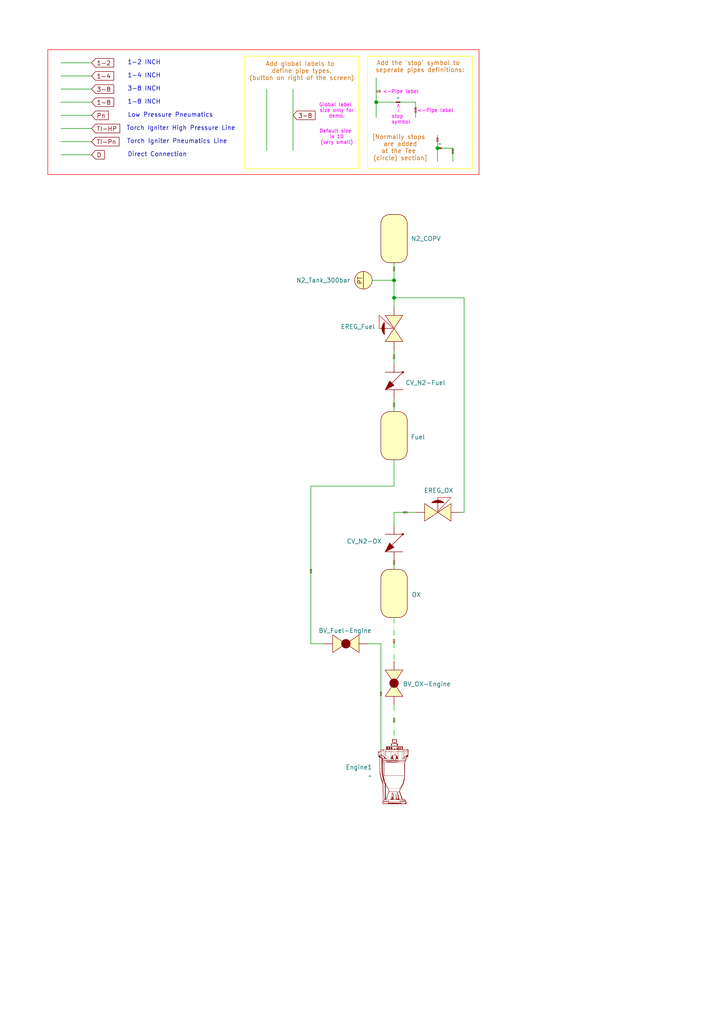
<source format=kicad_sch>
(kicad_sch (version 20250114) (generator "eeschema") (generator_version "9.0")
  (paper "A4" portrait)
  (lib_symbols
    (symbol "Ball_Valve_1"
      (property "Reference" "BV" (at 3.81 -4.318 0))
      (symbol "Ball_Valve_1_1_1"
        (pin passive line (at -2.54 0 0) (length 2.54) (name "") (number ""))
        (pin passive line (at 10.16 0 180) (length 2.54) (name "") (number ""))
      )
    )
    (symbol "Check_Valve_1"
      (property "Reference" "CV" (at 2.54 -4.064 0))
      (symbol "Check_Valve_1_1_1"
        (pin bidirectional line (at -2.54 0 0) (length 2.54) (name "") (number ""))
        (pin bidirectional line (at 7.62 0 180) (length 2.54) (name "") (number ""))
      )
    )
    (symbol "PID_symbols:Ball_Valve"
      (property "Reference" "BV" (at 3.81 -4.318 0))
      (symbol "Ball_Valve_1_1"
        (pin passive line (at -2.54 0 0) (length 2.54) (name "") (number ""))
        (pin passive line (at 10.16 0 180) (length 2.54) (name "") (number ""))
      )
    )
    (symbol "PID_symbols:Check_Valve"
      (property "Reference" "CV" (at 2.54 -4.064 0))
      (symbol "Check_Valve_1_1"
        (pin bidirectional line (at -2.54 0 0) (length 2.54) (name "") (number ""))
        (pin bidirectional line (at 7.62 0 180) (length 2.54) (name "") (number ""))
      )
    )
    (symbol "PID_symbols:Engine"
      (property "Reference" "Engine" (at 0 0 0))
      (symbol "Engine_1_1"
        (pin input line (at -3.81 3.81 0) (length 0) (name "") (number ""))
        (pin input line (at -2.54 5.08 0) (length 0) (name "") (number ""))
        (pin input line (at 0 6.35 0) (length 0) (name "") (number ""))
        (pin input line (at 2.54 5.08 0) (length 0) (name "") (number ""))
        (pin input line (at 3.81 3.81 0) (length 0) (name "") (number ""))
      )
    )
    (symbol "PID_symbols:Pressure_Regulator"
      (property "Reference" "Reg" (at 3.81 -2.54 0))
      (symbol "Pressure_Regulator_1_1"
        (pin passive line (at -2.54 0 0) (length 2.54) (name "") (number ""))
        (pin passive line (at 10.16 0 180) (length 2.54) (name "") (number ""))
      )
    )
    (symbol "PID_symbols:Pressure_Transducer"
      (property "Reference" "PT" (at 0 -3.81 0))
      (symbol "Pressure_Transducer_1_1"
        (text "PT\n" (at 0 1.016 0) (effects (font (size 1.27 1.27))))
        (pin passive line (at -2.54 0 0) (length 0) (name "") (number ""))
        (pin passive line (at 0 -2.54 90) (length 0) (name "") (number ""))
        (pin passive line (at 2.54 0 180) (length 0) (name "") (number ""))
      )
    )
    (symbol "PID_symbols:Tank"
      (property "Reference" "T" (at 6.35 5.08 0))
      (symbol "Tank_1_1"
        (pin passive line (at 1.27 11.43 270) (length 0) (name "") (number ""))
        (pin passive line (at 1.27 -2.54 90) (length 0) (name "") (number ""))
      )
    )
    (symbol "PID_symbols:stop" (in_bom no) (on_board no)
      (symbol "stop_1_1"
        (pin bidirectional line (at -1.27 0 0) (length 0) (name "") (number ""))
        (pin bidirectional line (at 0 0 180) (length 0) (name "") (number ""))
      )
    )
    (symbol "Pressure_Regulator_1"
      (property "Reference" "Reg" (at 3.81 -2.54 0))
      (symbol "Pressure_Regulator_1_1_1"
        (pin passive line (at -2.54 0 0) (length 2.54) (name "") (number ""))
        (pin passive line (at 10.16 0 180) (length 2.54) (name "") (number ""))
      )
    )
    (symbol "Tank_1"
      (property "Reference" "T" (at 6.35 5.08 0))
      (symbol "Tank_1_1_1"
        (pin passive line (at 1.27 11.43 270) (length 0) (name "") (number ""))
        (pin passive line (at 1.27 -2.54 90) (length 0) (name "") (number ""))
      )
    )
    (symbol "Tank_2"
      (property "Reference" "T" (at 6.35 5.08 0))
      (symbol "Tank_2_1_1"
        (pin passive line (at 1.27 11.43 270) (length 0) (name "") (number ""))
        (pin passive line (at 1.27 -2.54 90) (length 0) (name "") (number ""))
      )
    )
    (symbol "stop_1" (in_bom no) (on_board no)
      (symbol "stop_1_1_1"
        (pin bidirectional line (at -1.27 0 0) (length 0) (name "") (number ""))
        (pin bidirectional line (at 0 0 180) (length 0) (name "") (number ""))
      )
    )
  )
  (rectangle (start 71.0218 16.3057) (end 104.0418 48.9447) (stroke (width 0) (color 255 255 0 1)))
  (rectangle (start 13.8718 14.4007) (end 138.9668 50.5957) (stroke (width 0) (color 255 0 0 1)))
  (rectangle (start 106.5818 16.3057) (end 137.0618 48.9447) (stroke (width 0) (color 255 255 0 1)))
  (text "Low Pressure Pneumatics" (at 49.4318 33.4507 0) (effects (font (size 1.27 1.27))))
  (text "Direct Connection" (at 45.6218 44.8807 0) (effects (font (size 1.27 1.27))))
  (text "Default size \nis 10\n(very small)\n" (at 97.6918 39.8007 0) (effects (font (size 1.016 1.016))))
  (text " Torch Igniter High Pressure Line" (at 51.9718 37.2607 0) (effects (font (size 1.27 1.27))))
  (text "->" (at 115.4718 31.5457 90) (effects (font (size 1.016 1.016))))
  (text "<-Pipe label\n" (at 126.2668 32.1807 0) (effects (font (size 1.016 1.016))))
  (text "Add the 'stop' symbol to \nseperate pipes definitions:\n" (at 121.8218 19.4807 0) (effects (font (size 1.27 1.27))))
  (text "Torch Igniter Pneumatics Line" (at 51.3368 41.0707 0) (effects (font (size 1.27 1.27))))
  (text "Add global labels to \ndefine pipe types.\n(button on right of the screen)" (at 87.5318 20.7507 0) (effects (font (size 1.27 1.27))))
  (text "<-Pipe label\n" (at 116.2338 26.7197 0) (effects (font (size 1.016 1.016))))
  (text "Global label \nsize only for\ndemo." (at 97.6918 32.1807 0) (effects (font (size 1.016 1.016))))
  (text "1-2 INCH\n" (at 41.8118 18.2107 0) (effects (font (size 1.27 1.27))))
  (text "[Normally stops \nare added\nat the Tee \n(circle) section]" (at 116.1068 42.9757 0) (effects (font (size 1.27 1.27))))
  (text "1-4 INCH\n" (at 41.8118 22.0207 0) (effects (font (size 1.27 1.27))))
  (text "3-8 INCH\n" (at 41.8118 25.8307 0) (effects (font (size 1.27 1.27))))
  (text "1-8 INCH\n" (at 41.8118 29.6407 0) (effects (font (size 1.27 1.27))))
  (text "stop\nsymbol" (at 113.5668 34.7207 0) (effects (font (size 1.016 1.016)) (justify left)))
  (junction (at 126.9018 42.9757))
  (junction (at 109.1218 29.6407))
  (junction (at 114.3 81.28))
  (junction (at 114.3 86.36))
  (wire (pts (xy 114.3 148.59) (xy 114.3 152.4)))
  (wire (pts (xy 17.6818 33.4507) (xy 26.5718 33.4507)))
  (wire (pts (xy 116.1068 29.6407) (xy 120.5518 29.6407)))
  (wire (pts (xy 114.3 133.35) (xy 114.3 140.97)))
  (wire (pts (xy 90.17 140.97) (xy 90.17 186.69)))
  (wire (pts (xy 114.3 162.56) (xy 114.3 165.1)))
  (wire (pts (xy 110.49 186.69) (xy 110.49 217.17)))
  (wire (pts (xy 114.3 76.2) (xy 114.3 81.28)))
  (wire (pts (xy 114.3 140.97) (xy 90.17 140.97)))
  (wire (pts (xy 114.3 179.07) (xy 114.3 191.77)) (stroke (width 0) (type dash_dot_dot) (color 0 194 0 1)))
  (wire (pts (xy 114.3 115.57) (xy 114.3 119.38)))
  (wire (pts (xy 126.9018 39.1657) (xy 126.9018 42.9757)))
  (wire (pts (xy 131.3468 42.9757) (xy 131.3468 46.7857)))
  (wire (pts (xy 107.95 81.28) (xy 114.3 81.28)))
  (wire (pts (xy 120.5518 29.6407) (xy 120.5518 34.0857)))
  (wire (pts (xy 17.6818 22.0207) (xy 26.5718 22.0207)))
  (wire (pts (xy 134.62 86.36) (xy 134.62 148.59)))
  (wire (pts (xy 114.3 101.6) (xy 114.3 105.41)))
  (wire (pts (xy 109.1218 29.6407) (xy 109.1218 34.0857)))
  (wire (pts (xy 17.6818 25.8307) (xy 26.5718 25.8307)))
  (wire (pts (xy 17.6818 44.8807) (xy 26.5718 44.8807)))
  (wire (pts (xy 114.3 86.36) (xy 134.62 86.36)))
  (wire (pts (xy 106.68 186.69) (xy 110.49 186.69)))
  (wire (pts (xy 90.17 186.69) (xy 93.98 186.69)))
  (wire (pts (xy 114.3 81.28) (xy 114.3 86.36)))
  (wire (pts (xy 109.1218 29.6407) (xy 114.8368 29.6407)))
  (wire (pts (xy 133.35 148.59) (xy 134.62 148.59)))
  (wire (pts (xy 17.6818 37.2607) (xy 26.5718 37.2607)))
  (wire (pts (xy 17.6818 18.2107) (xy 26.5718 18.2107)))
  (wire (pts (xy 109.1218 22.6557) (xy 109.1218 29.6407)))
  (wire (pts (xy 84.9918 25.8307) (xy 84.9918 43.6107)))
  (wire (pts (xy 17.6818 41.0707) (xy 26.5718 41.0707)))
  (wire (pts (xy 77.3718 25.8307) (xy 77.3718 43.6107)))
  (wire (pts (xy 114.3 204.47) (xy 114.3 214.63)) (stroke (width 0) (type dash_dot_dot) (color 0 194 0 1)))
  (wire (pts (xy 114.3 86.36) (xy 114.3 88.9)))
  (wire (pts (xy 17.6818 29.6407) (xy 26.5718 29.6407)))
  (wire (pts (xy 120.65 148.59) (xy 114.3 148.59)))
  (wire (pts (xy 128.1718 42.9757) (xy 131.3468 42.9757)))
  (wire (pts (xy 126.9018 42.9757) (xy 126.9018 46.7857)))
  (global_label "1-4" (shape input) (at 114.3 104.14 90) (effects (font (size 0.254 0.254))) (property "Intersheetrefs" "${INTERSHEET_REFS}" (effects (hide yes))))
  (global_label "3-4" (shape input) (at 114.3 209.55 90) (effects (font (size 0.254 0.254))) (property "Intersheetrefs" "${INTERSHEET_REFS}" (effects (hide yes))))
  (global_label "D" (shape input) (at 26.5718 44.8807 0) (property "Intersheetrefs" "${INTERSHEET_REFS}" (effects (hide yes))))
  (global_label "1-2" (shape input) (at 26.5718 18.2107 0) (property "Intersheetrefs" "${INTERSHEET_REFS}" (effects (hide yes))))
  (global_label "Pn" (shape input) (at 26.5718 33.4507 0) (property "Intersheetrefs" "${INTERSHEET_REFS}" (effects (hide yes))))
  (global_label "1-2" (shape input) (at 109.1218 26.4657 0) (effects (font (size 0.254 0.254))) (property "Intersheetrefs" "${INTERSHEET_REFS}" (effects (hide yes))))
  (global_label "1-4" (shape input) (at 26.5718 22.0207 0) (property "Intersheetrefs" "${INTERSHEET_REFS}" (effects (hide yes))))
  (global_label "1-4" (shape input) (at 114.3 118.11 90) (effects (font (size 0.254 0.254))) (property "Intersheetrefs" "${INTERSHEET_REFS}" (effects (hide yes))))
  (global_label "1-4" (shape input) (at 114.3 78.74 90) (effects (font (size 0.254 0.254))) (property "Intersheetrefs" "${INTERSHEET_REFS}" (effects (hide yes))))
  (global_label "1-2" (shape input) (at 126.9018 39.8007 270) (effects (font (size 0.254 0.254))) (property "Intersheetrefs" "${INTERSHEET_REFS}" (effects (hide yes))))
  (global_label "1-8" (shape input) (at 26.5718 29.6407 0) (property "Intersheetrefs" "${INTERSHEET_REFS}" (effects (hide yes))))
  (global_label "TI-HP" (shape input) (at 120.5518 32.8157 90) (effects (font (size 0.254 0.254))) (property "Intersheetrefs" "${INTERSHEET_REFS}" (effects (hide yes))))
  (global_label "1-2" (shape input) (at 110.49 201.93 90) (effects (font (size 0.254 0.254))) (property "Intersheetrefs" "${INTERSHEET_REFS}" (effects (hide yes))))
  (global_label "TI-HP" (shape input) (at 26.5718 37.2607 0) (property "Intersheetrefs" "${INTERSHEET_REFS}" (effects (hide yes))))
  (global_label "TI-HP" (shape input) (at 131.3468 42.9757 270) (effects (font (size 0.254 0.254))) (property "Intersheetrefs" "${INTERSHEET_REFS}" (effects (hide yes))))
  (global_label "3-8" (shape input) (at 26.5718 25.8307 0) (property "Intersheetrefs" "${INTERSHEET_REFS}" (effects (hide yes))))
  (global_label "3-4" (shape input) (at 114.3 186.69 90) (effects (font (size 0.254 0.254))) (property "Intersheetrefs" "${INTERSHEET_REFS}" (effects (hide yes))))
  (global_label "1-4" (shape input) (at 116.84 148.59 0) (effects (font (size 0.254 0.254))) (property "Intersheetrefs" "${INTERSHEET_REFS}" (effects (hide yes))))
  (global_label "3-8" (shape input) (at 84.9918 33.4507 0) (property "Intersheetrefs" "${INTERSHEET_REFS}" (effects (hide yes))))
  (global_label "1-2" (shape input) (at 90.17 166.37 90) (effects (font (size 0.254 0.254))) (property "Intersheetrefs" "${INTERSHEET_REFS}" (effects (hide yes))))
  (global_label "1-4" (shape input) (at 114.3 163.83 90) (effects (font (size 0.254 0.254))) (property "Intersheetrefs" "${INTERSHEET_REFS}" (effects (hide yes))))
  (global_label "TI-Pn" (shape input) (at 26.5718 41.0707 0) (property "Intersheetrefs" "${INTERSHEET_REFS}" (effects (hide yes))))
  (symbol (lib_name "stop_1") (lib_id "PID_symbols:stop") (at 128.1718 42.9757 0) (unit 1) (in_bom no) (on_board no)
    (property "Reference" "U4" (effects (hide yes)))
    (property "Value" "~" (at 127.5368 41.7057 0))
  )
  (symbol (lib_id "PID_symbols:Ball_Valve") (at 96.52 186.69 0) (unit 1)
    (property "Reference" "BV_Fuel-Engine" (at 100.076 182.88 0))
  )
  (symbol (lib_name "Check_Valve_1") (lib_id "PID_symbols:Check_Valve") (at 114.3 154.94 270) (unit 1)
    (property "Reference" "CV_N2-OX" (at 110.744 156.972 90) (effects (justify right)))
  )
  (symbol (lib_name "Tank_1") (lib_id "PID_symbols:Tank") (at 113.03 130.81 0) (unit 1)
    (property "Reference" "Fuel" (at 119.126 126.746 0) (effects (justify left)))
  )
  (symbol (lib_id "PID_symbols:stop") (at 116.1068 29.6407 0) (unit 1) (in_bom no) (on_board no)
    (property "Reference" "U3" (effects (hide yes)))
    (property "Value" "~" (at 115.4718 28.3707 0))
  )
  (symbol (lib_name "Ball_Valve_1") (lib_id "PID_symbols:Ball_Valve") (at 114.3 201.93 90) (unit 1)
    (property "Reference" "BV_OX-Engine" (at 116.84 198.374 90) (effects (justify right)))
  )
  (symbol (lib_id "PID_symbols:Pressure_Regulator") (at 114.3 99.06 90) (unit 1)
    (property "Reference" "EREG_Fuel" (at 98.806 94.742 90) (effects (justify right)))
    (property "Description" "Pressure Regulator" (effects (hide yes)))
  )
  (symbol (lib_id "PID_symbols:Pressure_Transducer") (at 105.41 81.28 90) (unit 1)
    (property "Reference" "N2_Tank_300bar" (at 101.6 81.2799 90) (effects (justify left)))
  )
  (symbol (lib_id "PID_symbols:Check_Valve") (at 114.3 107.95 270) (unit 1)
    (property "Reference" "CV_N2-Fuel" (at 117.602 110.998 90) (effects (justify left)))
  )
  (symbol (lib_id "PID_symbols:Tank") (at 113.03 73.66 0) (unit 1)
    (property "Reference" "N2_COPV" (at 119.2177 69.2149 0) (effects (justify left)))
  )
  (symbol (lib_id "PID_symbols:Engine") (at 114.3 220.98 0) (mirror y) (unit 1)
    (property "Reference" "Engine1" (at 107.95 222.4968 0) (effects (justify left)))
    (property "Value" "~" (at 107.95 225.0368 0) (effects (justify left)))
  )
  (symbol (lib_name "Tank_2") (lib_id "PID_symbols:Tank") (at 113.03 176.53 0) (unit 1)
    (property "Reference" "OX" (at 119.38 172.466 0) (effects (justify left)))
  )
  (symbol (lib_name "Pressure_Regulator_1") (lib_id "PID_symbols:Pressure_Regulator") (at 123.19 148.59 0) (unit 1)
    (property "Reference" "EREG_OX" (at 127.254 142.24 0))
    (property "Description" "Pressure Regulator" (effects (hide yes)))
  )
)
</source>
